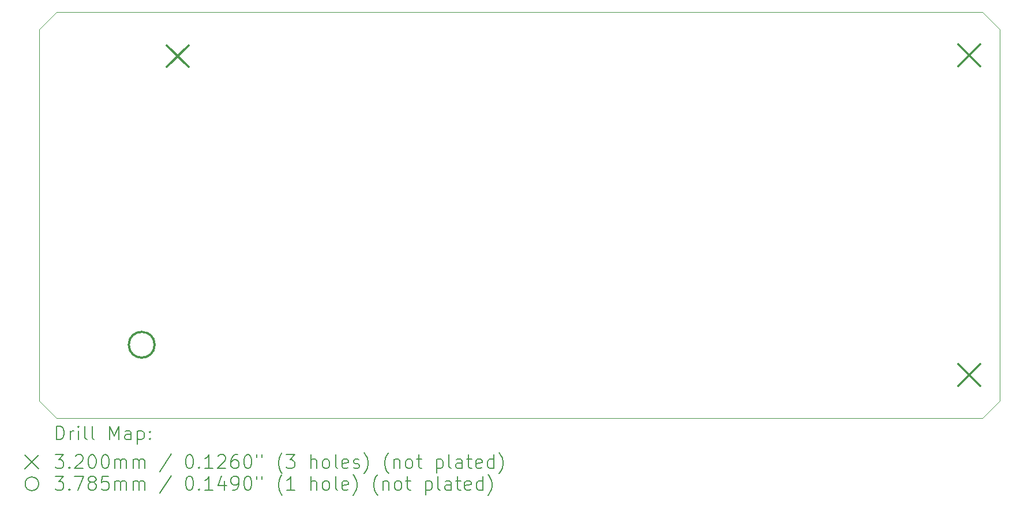
<source format=gbr>
%TF.GenerationSoftware,KiCad,Pcbnew,7.0.10*%
%TF.CreationDate,2024-02-18T19:42:57-05:00*%
%TF.ProjectId,linearlight,6c696e65-6172-46c6-9967-68742e6b6963,rev?*%
%TF.SameCoordinates,Original*%
%TF.FileFunction,Drillmap*%
%TF.FilePolarity,Positive*%
%FSLAX45Y45*%
G04 Gerber Fmt 4.5, Leading zero omitted, Abs format (unit mm)*
G04 Created by KiCad (PCBNEW 7.0.10) date 2024-02-18 19:42:57*
%MOMM*%
%LPD*%
G01*
G04 APERTURE LIST*
%ADD10C,0.100000*%
%ADD11C,0.200000*%
%ADD12C,0.320000*%
%ADD13C,0.378460*%
G04 APERTURE END LIST*
D10*
X26670000Y-8763000D02*
X26670000Y-14224000D01*
X26416000Y-14478000D01*
X12827000Y-14478000D01*
X12573000Y-14224000D01*
X12573000Y-8763000D01*
X12827000Y-8509000D01*
X26416000Y-8509000D01*
X26670000Y-8763000D01*
D11*
D12*
X14445000Y-8996700D02*
X14765000Y-9316700D01*
X14765000Y-8996700D02*
X14445000Y-9316700D01*
X26065500Y-8984000D02*
X26385500Y-9304000D01*
X26385500Y-8984000D02*
X26065500Y-9304000D01*
X26065500Y-13683000D02*
X26385500Y-14003000D01*
X26385500Y-13683000D02*
X26065500Y-14003000D01*
D13*
X14268450Y-13398500D02*
G75*
G03*
X13889990Y-13398500I-189230J0D01*
G01*
X13889990Y-13398500D02*
G75*
G03*
X14268450Y-13398500I189230J0D01*
G01*
D11*
X12828777Y-14794484D02*
X12828777Y-14594484D01*
X12828777Y-14594484D02*
X12876396Y-14594484D01*
X12876396Y-14594484D02*
X12904967Y-14604008D01*
X12904967Y-14604008D02*
X12924015Y-14623055D01*
X12924015Y-14623055D02*
X12933539Y-14642103D01*
X12933539Y-14642103D02*
X12943062Y-14680198D01*
X12943062Y-14680198D02*
X12943062Y-14708769D01*
X12943062Y-14708769D02*
X12933539Y-14746865D01*
X12933539Y-14746865D02*
X12924015Y-14765912D01*
X12924015Y-14765912D02*
X12904967Y-14784960D01*
X12904967Y-14784960D02*
X12876396Y-14794484D01*
X12876396Y-14794484D02*
X12828777Y-14794484D01*
X13028777Y-14794484D02*
X13028777Y-14661150D01*
X13028777Y-14699246D02*
X13038301Y-14680198D01*
X13038301Y-14680198D02*
X13047824Y-14670674D01*
X13047824Y-14670674D02*
X13066872Y-14661150D01*
X13066872Y-14661150D02*
X13085920Y-14661150D01*
X13152586Y-14794484D02*
X13152586Y-14661150D01*
X13152586Y-14594484D02*
X13143062Y-14604008D01*
X13143062Y-14604008D02*
X13152586Y-14613531D01*
X13152586Y-14613531D02*
X13162110Y-14604008D01*
X13162110Y-14604008D02*
X13152586Y-14594484D01*
X13152586Y-14594484D02*
X13152586Y-14613531D01*
X13276396Y-14794484D02*
X13257348Y-14784960D01*
X13257348Y-14784960D02*
X13247824Y-14765912D01*
X13247824Y-14765912D02*
X13247824Y-14594484D01*
X13381158Y-14794484D02*
X13362110Y-14784960D01*
X13362110Y-14784960D02*
X13352586Y-14765912D01*
X13352586Y-14765912D02*
X13352586Y-14594484D01*
X13609729Y-14794484D02*
X13609729Y-14594484D01*
X13609729Y-14594484D02*
X13676396Y-14737341D01*
X13676396Y-14737341D02*
X13743062Y-14594484D01*
X13743062Y-14594484D02*
X13743062Y-14794484D01*
X13924015Y-14794484D02*
X13924015Y-14689722D01*
X13924015Y-14689722D02*
X13914491Y-14670674D01*
X13914491Y-14670674D02*
X13895443Y-14661150D01*
X13895443Y-14661150D02*
X13857348Y-14661150D01*
X13857348Y-14661150D02*
X13838301Y-14670674D01*
X13924015Y-14784960D02*
X13904967Y-14794484D01*
X13904967Y-14794484D02*
X13857348Y-14794484D01*
X13857348Y-14794484D02*
X13838301Y-14784960D01*
X13838301Y-14784960D02*
X13828777Y-14765912D01*
X13828777Y-14765912D02*
X13828777Y-14746865D01*
X13828777Y-14746865D02*
X13838301Y-14727817D01*
X13838301Y-14727817D02*
X13857348Y-14718293D01*
X13857348Y-14718293D02*
X13904967Y-14718293D01*
X13904967Y-14718293D02*
X13924015Y-14708769D01*
X14019253Y-14661150D02*
X14019253Y-14861150D01*
X14019253Y-14670674D02*
X14038301Y-14661150D01*
X14038301Y-14661150D02*
X14076396Y-14661150D01*
X14076396Y-14661150D02*
X14095443Y-14670674D01*
X14095443Y-14670674D02*
X14104967Y-14680198D01*
X14104967Y-14680198D02*
X14114491Y-14699246D01*
X14114491Y-14699246D02*
X14114491Y-14756388D01*
X14114491Y-14756388D02*
X14104967Y-14775436D01*
X14104967Y-14775436D02*
X14095443Y-14784960D01*
X14095443Y-14784960D02*
X14076396Y-14794484D01*
X14076396Y-14794484D02*
X14038301Y-14794484D01*
X14038301Y-14794484D02*
X14019253Y-14784960D01*
X14200205Y-14775436D02*
X14209729Y-14784960D01*
X14209729Y-14784960D02*
X14200205Y-14794484D01*
X14200205Y-14794484D02*
X14190682Y-14784960D01*
X14190682Y-14784960D02*
X14200205Y-14775436D01*
X14200205Y-14775436D02*
X14200205Y-14794484D01*
X14200205Y-14670674D02*
X14209729Y-14680198D01*
X14209729Y-14680198D02*
X14200205Y-14689722D01*
X14200205Y-14689722D02*
X14190682Y-14680198D01*
X14190682Y-14680198D02*
X14200205Y-14670674D01*
X14200205Y-14670674D02*
X14200205Y-14689722D01*
X12368000Y-15023000D02*
X12568000Y-15223000D01*
X12568000Y-15023000D02*
X12368000Y-15223000D01*
X12809729Y-15014484D02*
X12933539Y-15014484D01*
X12933539Y-15014484D02*
X12866872Y-15090674D01*
X12866872Y-15090674D02*
X12895443Y-15090674D01*
X12895443Y-15090674D02*
X12914491Y-15100198D01*
X12914491Y-15100198D02*
X12924015Y-15109722D01*
X12924015Y-15109722D02*
X12933539Y-15128769D01*
X12933539Y-15128769D02*
X12933539Y-15176388D01*
X12933539Y-15176388D02*
X12924015Y-15195436D01*
X12924015Y-15195436D02*
X12914491Y-15204960D01*
X12914491Y-15204960D02*
X12895443Y-15214484D01*
X12895443Y-15214484D02*
X12838301Y-15214484D01*
X12838301Y-15214484D02*
X12819253Y-15204960D01*
X12819253Y-15204960D02*
X12809729Y-15195436D01*
X13019253Y-15195436D02*
X13028777Y-15204960D01*
X13028777Y-15204960D02*
X13019253Y-15214484D01*
X13019253Y-15214484D02*
X13009729Y-15204960D01*
X13009729Y-15204960D02*
X13019253Y-15195436D01*
X13019253Y-15195436D02*
X13019253Y-15214484D01*
X13104967Y-15033531D02*
X13114491Y-15024008D01*
X13114491Y-15024008D02*
X13133539Y-15014484D01*
X13133539Y-15014484D02*
X13181158Y-15014484D01*
X13181158Y-15014484D02*
X13200205Y-15024008D01*
X13200205Y-15024008D02*
X13209729Y-15033531D01*
X13209729Y-15033531D02*
X13219253Y-15052579D01*
X13219253Y-15052579D02*
X13219253Y-15071627D01*
X13219253Y-15071627D02*
X13209729Y-15100198D01*
X13209729Y-15100198D02*
X13095443Y-15214484D01*
X13095443Y-15214484D02*
X13219253Y-15214484D01*
X13343062Y-15014484D02*
X13362110Y-15014484D01*
X13362110Y-15014484D02*
X13381158Y-15024008D01*
X13381158Y-15024008D02*
X13390682Y-15033531D01*
X13390682Y-15033531D02*
X13400205Y-15052579D01*
X13400205Y-15052579D02*
X13409729Y-15090674D01*
X13409729Y-15090674D02*
X13409729Y-15138293D01*
X13409729Y-15138293D02*
X13400205Y-15176388D01*
X13400205Y-15176388D02*
X13390682Y-15195436D01*
X13390682Y-15195436D02*
X13381158Y-15204960D01*
X13381158Y-15204960D02*
X13362110Y-15214484D01*
X13362110Y-15214484D02*
X13343062Y-15214484D01*
X13343062Y-15214484D02*
X13324015Y-15204960D01*
X13324015Y-15204960D02*
X13314491Y-15195436D01*
X13314491Y-15195436D02*
X13304967Y-15176388D01*
X13304967Y-15176388D02*
X13295443Y-15138293D01*
X13295443Y-15138293D02*
X13295443Y-15090674D01*
X13295443Y-15090674D02*
X13304967Y-15052579D01*
X13304967Y-15052579D02*
X13314491Y-15033531D01*
X13314491Y-15033531D02*
X13324015Y-15024008D01*
X13324015Y-15024008D02*
X13343062Y-15014484D01*
X13533539Y-15014484D02*
X13552586Y-15014484D01*
X13552586Y-15014484D02*
X13571634Y-15024008D01*
X13571634Y-15024008D02*
X13581158Y-15033531D01*
X13581158Y-15033531D02*
X13590682Y-15052579D01*
X13590682Y-15052579D02*
X13600205Y-15090674D01*
X13600205Y-15090674D02*
X13600205Y-15138293D01*
X13600205Y-15138293D02*
X13590682Y-15176388D01*
X13590682Y-15176388D02*
X13581158Y-15195436D01*
X13581158Y-15195436D02*
X13571634Y-15204960D01*
X13571634Y-15204960D02*
X13552586Y-15214484D01*
X13552586Y-15214484D02*
X13533539Y-15214484D01*
X13533539Y-15214484D02*
X13514491Y-15204960D01*
X13514491Y-15204960D02*
X13504967Y-15195436D01*
X13504967Y-15195436D02*
X13495443Y-15176388D01*
X13495443Y-15176388D02*
X13485920Y-15138293D01*
X13485920Y-15138293D02*
X13485920Y-15090674D01*
X13485920Y-15090674D02*
X13495443Y-15052579D01*
X13495443Y-15052579D02*
X13504967Y-15033531D01*
X13504967Y-15033531D02*
X13514491Y-15024008D01*
X13514491Y-15024008D02*
X13533539Y-15014484D01*
X13685920Y-15214484D02*
X13685920Y-15081150D01*
X13685920Y-15100198D02*
X13695443Y-15090674D01*
X13695443Y-15090674D02*
X13714491Y-15081150D01*
X13714491Y-15081150D02*
X13743063Y-15081150D01*
X13743063Y-15081150D02*
X13762110Y-15090674D01*
X13762110Y-15090674D02*
X13771634Y-15109722D01*
X13771634Y-15109722D02*
X13771634Y-15214484D01*
X13771634Y-15109722D02*
X13781158Y-15090674D01*
X13781158Y-15090674D02*
X13800205Y-15081150D01*
X13800205Y-15081150D02*
X13828777Y-15081150D01*
X13828777Y-15081150D02*
X13847824Y-15090674D01*
X13847824Y-15090674D02*
X13857348Y-15109722D01*
X13857348Y-15109722D02*
X13857348Y-15214484D01*
X13952586Y-15214484D02*
X13952586Y-15081150D01*
X13952586Y-15100198D02*
X13962110Y-15090674D01*
X13962110Y-15090674D02*
X13981158Y-15081150D01*
X13981158Y-15081150D02*
X14009729Y-15081150D01*
X14009729Y-15081150D02*
X14028777Y-15090674D01*
X14028777Y-15090674D02*
X14038301Y-15109722D01*
X14038301Y-15109722D02*
X14038301Y-15214484D01*
X14038301Y-15109722D02*
X14047824Y-15090674D01*
X14047824Y-15090674D02*
X14066872Y-15081150D01*
X14066872Y-15081150D02*
X14095443Y-15081150D01*
X14095443Y-15081150D02*
X14114491Y-15090674D01*
X14114491Y-15090674D02*
X14124015Y-15109722D01*
X14124015Y-15109722D02*
X14124015Y-15214484D01*
X14514491Y-15004960D02*
X14343063Y-15262103D01*
X14771634Y-15014484D02*
X14790682Y-15014484D01*
X14790682Y-15014484D02*
X14809729Y-15024008D01*
X14809729Y-15024008D02*
X14819253Y-15033531D01*
X14819253Y-15033531D02*
X14828777Y-15052579D01*
X14828777Y-15052579D02*
X14838301Y-15090674D01*
X14838301Y-15090674D02*
X14838301Y-15138293D01*
X14838301Y-15138293D02*
X14828777Y-15176388D01*
X14828777Y-15176388D02*
X14819253Y-15195436D01*
X14819253Y-15195436D02*
X14809729Y-15204960D01*
X14809729Y-15204960D02*
X14790682Y-15214484D01*
X14790682Y-15214484D02*
X14771634Y-15214484D01*
X14771634Y-15214484D02*
X14752586Y-15204960D01*
X14752586Y-15204960D02*
X14743063Y-15195436D01*
X14743063Y-15195436D02*
X14733539Y-15176388D01*
X14733539Y-15176388D02*
X14724015Y-15138293D01*
X14724015Y-15138293D02*
X14724015Y-15090674D01*
X14724015Y-15090674D02*
X14733539Y-15052579D01*
X14733539Y-15052579D02*
X14743063Y-15033531D01*
X14743063Y-15033531D02*
X14752586Y-15024008D01*
X14752586Y-15024008D02*
X14771634Y-15014484D01*
X14924015Y-15195436D02*
X14933539Y-15204960D01*
X14933539Y-15204960D02*
X14924015Y-15214484D01*
X14924015Y-15214484D02*
X14914491Y-15204960D01*
X14914491Y-15204960D02*
X14924015Y-15195436D01*
X14924015Y-15195436D02*
X14924015Y-15214484D01*
X15124015Y-15214484D02*
X15009729Y-15214484D01*
X15066872Y-15214484D02*
X15066872Y-15014484D01*
X15066872Y-15014484D02*
X15047825Y-15043055D01*
X15047825Y-15043055D02*
X15028777Y-15062103D01*
X15028777Y-15062103D02*
X15009729Y-15071627D01*
X15200206Y-15033531D02*
X15209729Y-15024008D01*
X15209729Y-15024008D02*
X15228777Y-15014484D01*
X15228777Y-15014484D02*
X15276396Y-15014484D01*
X15276396Y-15014484D02*
X15295444Y-15024008D01*
X15295444Y-15024008D02*
X15304967Y-15033531D01*
X15304967Y-15033531D02*
X15314491Y-15052579D01*
X15314491Y-15052579D02*
X15314491Y-15071627D01*
X15314491Y-15071627D02*
X15304967Y-15100198D01*
X15304967Y-15100198D02*
X15190682Y-15214484D01*
X15190682Y-15214484D02*
X15314491Y-15214484D01*
X15485920Y-15014484D02*
X15447825Y-15014484D01*
X15447825Y-15014484D02*
X15428777Y-15024008D01*
X15428777Y-15024008D02*
X15419253Y-15033531D01*
X15419253Y-15033531D02*
X15400206Y-15062103D01*
X15400206Y-15062103D02*
X15390682Y-15100198D01*
X15390682Y-15100198D02*
X15390682Y-15176388D01*
X15390682Y-15176388D02*
X15400206Y-15195436D01*
X15400206Y-15195436D02*
X15409729Y-15204960D01*
X15409729Y-15204960D02*
X15428777Y-15214484D01*
X15428777Y-15214484D02*
X15466872Y-15214484D01*
X15466872Y-15214484D02*
X15485920Y-15204960D01*
X15485920Y-15204960D02*
X15495444Y-15195436D01*
X15495444Y-15195436D02*
X15504967Y-15176388D01*
X15504967Y-15176388D02*
X15504967Y-15128769D01*
X15504967Y-15128769D02*
X15495444Y-15109722D01*
X15495444Y-15109722D02*
X15485920Y-15100198D01*
X15485920Y-15100198D02*
X15466872Y-15090674D01*
X15466872Y-15090674D02*
X15428777Y-15090674D01*
X15428777Y-15090674D02*
X15409729Y-15100198D01*
X15409729Y-15100198D02*
X15400206Y-15109722D01*
X15400206Y-15109722D02*
X15390682Y-15128769D01*
X15628777Y-15014484D02*
X15647825Y-15014484D01*
X15647825Y-15014484D02*
X15666872Y-15024008D01*
X15666872Y-15024008D02*
X15676396Y-15033531D01*
X15676396Y-15033531D02*
X15685920Y-15052579D01*
X15685920Y-15052579D02*
X15695444Y-15090674D01*
X15695444Y-15090674D02*
X15695444Y-15138293D01*
X15695444Y-15138293D02*
X15685920Y-15176388D01*
X15685920Y-15176388D02*
X15676396Y-15195436D01*
X15676396Y-15195436D02*
X15666872Y-15204960D01*
X15666872Y-15204960D02*
X15647825Y-15214484D01*
X15647825Y-15214484D02*
X15628777Y-15214484D01*
X15628777Y-15214484D02*
X15609729Y-15204960D01*
X15609729Y-15204960D02*
X15600206Y-15195436D01*
X15600206Y-15195436D02*
X15590682Y-15176388D01*
X15590682Y-15176388D02*
X15581158Y-15138293D01*
X15581158Y-15138293D02*
X15581158Y-15090674D01*
X15581158Y-15090674D02*
X15590682Y-15052579D01*
X15590682Y-15052579D02*
X15600206Y-15033531D01*
X15600206Y-15033531D02*
X15609729Y-15024008D01*
X15609729Y-15024008D02*
X15628777Y-15014484D01*
X15771634Y-15014484D02*
X15771634Y-15052579D01*
X15847825Y-15014484D02*
X15847825Y-15052579D01*
X16143063Y-15290674D02*
X16133539Y-15281150D01*
X16133539Y-15281150D02*
X16114491Y-15252579D01*
X16114491Y-15252579D02*
X16104968Y-15233531D01*
X16104968Y-15233531D02*
X16095444Y-15204960D01*
X16095444Y-15204960D02*
X16085920Y-15157341D01*
X16085920Y-15157341D02*
X16085920Y-15119246D01*
X16085920Y-15119246D02*
X16095444Y-15071627D01*
X16095444Y-15071627D02*
X16104968Y-15043055D01*
X16104968Y-15043055D02*
X16114491Y-15024008D01*
X16114491Y-15024008D02*
X16133539Y-14995436D01*
X16133539Y-14995436D02*
X16143063Y-14985912D01*
X16200206Y-15014484D02*
X16324015Y-15014484D01*
X16324015Y-15014484D02*
X16257348Y-15090674D01*
X16257348Y-15090674D02*
X16285920Y-15090674D01*
X16285920Y-15090674D02*
X16304968Y-15100198D01*
X16304968Y-15100198D02*
X16314491Y-15109722D01*
X16314491Y-15109722D02*
X16324015Y-15128769D01*
X16324015Y-15128769D02*
X16324015Y-15176388D01*
X16324015Y-15176388D02*
X16314491Y-15195436D01*
X16314491Y-15195436D02*
X16304968Y-15204960D01*
X16304968Y-15204960D02*
X16285920Y-15214484D01*
X16285920Y-15214484D02*
X16228777Y-15214484D01*
X16228777Y-15214484D02*
X16209729Y-15204960D01*
X16209729Y-15204960D02*
X16200206Y-15195436D01*
X16562110Y-15214484D02*
X16562110Y-15014484D01*
X16647825Y-15214484D02*
X16647825Y-15109722D01*
X16647825Y-15109722D02*
X16638301Y-15090674D01*
X16638301Y-15090674D02*
X16619253Y-15081150D01*
X16619253Y-15081150D02*
X16590682Y-15081150D01*
X16590682Y-15081150D02*
X16571634Y-15090674D01*
X16571634Y-15090674D02*
X16562110Y-15100198D01*
X16771634Y-15214484D02*
X16752587Y-15204960D01*
X16752587Y-15204960D02*
X16743063Y-15195436D01*
X16743063Y-15195436D02*
X16733539Y-15176388D01*
X16733539Y-15176388D02*
X16733539Y-15119246D01*
X16733539Y-15119246D02*
X16743063Y-15100198D01*
X16743063Y-15100198D02*
X16752587Y-15090674D01*
X16752587Y-15090674D02*
X16771634Y-15081150D01*
X16771634Y-15081150D02*
X16800206Y-15081150D01*
X16800206Y-15081150D02*
X16819253Y-15090674D01*
X16819253Y-15090674D02*
X16828777Y-15100198D01*
X16828777Y-15100198D02*
X16838301Y-15119246D01*
X16838301Y-15119246D02*
X16838301Y-15176388D01*
X16838301Y-15176388D02*
X16828777Y-15195436D01*
X16828777Y-15195436D02*
X16819253Y-15204960D01*
X16819253Y-15204960D02*
X16800206Y-15214484D01*
X16800206Y-15214484D02*
X16771634Y-15214484D01*
X16952587Y-15214484D02*
X16933539Y-15204960D01*
X16933539Y-15204960D02*
X16924015Y-15185912D01*
X16924015Y-15185912D02*
X16924015Y-15014484D01*
X17104968Y-15204960D02*
X17085920Y-15214484D01*
X17085920Y-15214484D02*
X17047825Y-15214484D01*
X17047825Y-15214484D02*
X17028777Y-15204960D01*
X17028777Y-15204960D02*
X17019253Y-15185912D01*
X17019253Y-15185912D02*
X17019253Y-15109722D01*
X17019253Y-15109722D02*
X17028777Y-15090674D01*
X17028777Y-15090674D02*
X17047825Y-15081150D01*
X17047825Y-15081150D02*
X17085920Y-15081150D01*
X17085920Y-15081150D02*
X17104968Y-15090674D01*
X17104968Y-15090674D02*
X17114492Y-15109722D01*
X17114492Y-15109722D02*
X17114492Y-15128769D01*
X17114492Y-15128769D02*
X17019253Y-15147817D01*
X17190682Y-15204960D02*
X17209730Y-15214484D01*
X17209730Y-15214484D02*
X17247825Y-15214484D01*
X17247825Y-15214484D02*
X17266873Y-15204960D01*
X17266873Y-15204960D02*
X17276396Y-15185912D01*
X17276396Y-15185912D02*
X17276396Y-15176388D01*
X17276396Y-15176388D02*
X17266873Y-15157341D01*
X17266873Y-15157341D02*
X17247825Y-15147817D01*
X17247825Y-15147817D02*
X17219253Y-15147817D01*
X17219253Y-15147817D02*
X17200206Y-15138293D01*
X17200206Y-15138293D02*
X17190682Y-15119246D01*
X17190682Y-15119246D02*
X17190682Y-15109722D01*
X17190682Y-15109722D02*
X17200206Y-15090674D01*
X17200206Y-15090674D02*
X17219253Y-15081150D01*
X17219253Y-15081150D02*
X17247825Y-15081150D01*
X17247825Y-15081150D02*
X17266873Y-15090674D01*
X17343063Y-15290674D02*
X17352587Y-15281150D01*
X17352587Y-15281150D02*
X17371634Y-15252579D01*
X17371634Y-15252579D02*
X17381158Y-15233531D01*
X17381158Y-15233531D02*
X17390682Y-15204960D01*
X17390682Y-15204960D02*
X17400206Y-15157341D01*
X17400206Y-15157341D02*
X17400206Y-15119246D01*
X17400206Y-15119246D02*
X17390682Y-15071627D01*
X17390682Y-15071627D02*
X17381158Y-15043055D01*
X17381158Y-15043055D02*
X17371634Y-15024008D01*
X17371634Y-15024008D02*
X17352587Y-14995436D01*
X17352587Y-14995436D02*
X17343063Y-14985912D01*
X17704968Y-15290674D02*
X17695444Y-15281150D01*
X17695444Y-15281150D02*
X17676396Y-15252579D01*
X17676396Y-15252579D02*
X17666873Y-15233531D01*
X17666873Y-15233531D02*
X17657349Y-15204960D01*
X17657349Y-15204960D02*
X17647825Y-15157341D01*
X17647825Y-15157341D02*
X17647825Y-15119246D01*
X17647825Y-15119246D02*
X17657349Y-15071627D01*
X17657349Y-15071627D02*
X17666873Y-15043055D01*
X17666873Y-15043055D02*
X17676396Y-15024008D01*
X17676396Y-15024008D02*
X17695444Y-14995436D01*
X17695444Y-14995436D02*
X17704968Y-14985912D01*
X17781158Y-15081150D02*
X17781158Y-15214484D01*
X17781158Y-15100198D02*
X17790682Y-15090674D01*
X17790682Y-15090674D02*
X17809730Y-15081150D01*
X17809730Y-15081150D02*
X17838301Y-15081150D01*
X17838301Y-15081150D02*
X17857349Y-15090674D01*
X17857349Y-15090674D02*
X17866873Y-15109722D01*
X17866873Y-15109722D02*
X17866873Y-15214484D01*
X17990682Y-15214484D02*
X17971634Y-15204960D01*
X17971634Y-15204960D02*
X17962111Y-15195436D01*
X17962111Y-15195436D02*
X17952587Y-15176388D01*
X17952587Y-15176388D02*
X17952587Y-15119246D01*
X17952587Y-15119246D02*
X17962111Y-15100198D01*
X17962111Y-15100198D02*
X17971634Y-15090674D01*
X17971634Y-15090674D02*
X17990682Y-15081150D01*
X17990682Y-15081150D02*
X18019254Y-15081150D01*
X18019254Y-15081150D02*
X18038301Y-15090674D01*
X18038301Y-15090674D02*
X18047825Y-15100198D01*
X18047825Y-15100198D02*
X18057349Y-15119246D01*
X18057349Y-15119246D02*
X18057349Y-15176388D01*
X18057349Y-15176388D02*
X18047825Y-15195436D01*
X18047825Y-15195436D02*
X18038301Y-15204960D01*
X18038301Y-15204960D02*
X18019254Y-15214484D01*
X18019254Y-15214484D02*
X17990682Y-15214484D01*
X18114492Y-15081150D02*
X18190682Y-15081150D01*
X18143063Y-15014484D02*
X18143063Y-15185912D01*
X18143063Y-15185912D02*
X18152587Y-15204960D01*
X18152587Y-15204960D02*
X18171634Y-15214484D01*
X18171634Y-15214484D02*
X18190682Y-15214484D01*
X18409730Y-15081150D02*
X18409730Y-15281150D01*
X18409730Y-15090674D02*
X18428777Y-15081150D01*
X18428777Y-15081150D02*
X18466873Y-15081150D01*
X18466873Y-15081150D02*
X18485920Y-15090674D01*
X18485920Y-15090674D02*
X18495444Y-15100198D01*
X18495444Y-15100198D02*
X18504968Y-15119246D01*
X18504968Y-15119246D02*
X18504968Y-15176388D01*
X18504968Y-15176388D02*
X18495444Y-15195436D01*
X18495444Y-15195436D02*
X18485920Y-15204960D01*
X18485920Y-15204960D02*
X18466873Y-15214484D01*
X18466873Y-15214484D02*
X18428777Y-15214484D01*
X18428777Y-15214484D02*
X18409730Y-15204960D01*
X18619254Y-15214484D02*
X18600206Y-15204960D01*
X18600206Y-15204960D02*
X18590682Y-15185912D01*
X18590682Y-15185912D02*
X18590682Y-15014484D01*
X18781158Y-15214484D02*
X18781158Y-15109722D01*
X18781158Y-15109722D02*
X18771635Y-15090674D01*
X18771635Y-15090674D02*
X18752587Y-15081150D01*
X18752587Y-15081150D02*
X18714492Y-15081150D01*
X18714492Y-15081150D02*
X18695444Y-15090674D01*
X18781158Y-15204960D02*
X18762111Y-15214484D01*
X18762111Y-15214484D02*
X18714492Y-15214484D01*
X18714492Y-15214484D02*
X18695444Y-15204960D01*
X18695444Y-15204960D02*
X18685920Y-15185912D01*
X18685920Y-15185912D02*
X18685920Y-15166865D01*
X18685920Y-15166865D02*
X18695444Y-15147817D01*
X18695444Y-15147817D02*
X18714492Y-15138293D01*
X18714492Y-15138293D02*
X18762111Y-15138293D01*
X18762111Y-15138293D02*
X18781158Y-15128769D01*
X18847825Y-15081150D02*
X18924015Y-15081150D01*
X18876396Y-15014484D02*
X18876396Y-15185912D01*
X18876396Y-15185912D02*
X18885920Y-15204960D01*
X18885920Y-15204960D02*
X18904968Y-15214484D01*
X18904968Y-15214484D02*
X18924015Y-15214484D01*
X19066873Y-15204960D02*
X19047825Y-15214484D01*
X19047825Y-15214484D02*
X19009730Y-15214484D01*
X19009730Y-15214484D02*
X18990682Y-15204960D01*
X18990682Y-15204960D02*
X18981158Y-15185912D01*
X18981158Y-15185912D02*
X18981158Y-15109722D01*
X18981158Y-15109722D02*
X18990682Y-15090674D01*
X18990682Y-15090674D02*
X19009730Y-15081150D01*
X19009730Y-15081150D02*
X19047825Y-15081150D01*
X19047825Y-15081150D02*
X19066873Y-15090674D01*
X19066873Y-15090674D02*
X19076396Y-15109722D01*
X19076396Y-15109722D02*
X19076396Y-15128769D01*
X19076396Y-15128769D02*
X18981158Y-15147817D01*
X19247825Y-15214484D02*
X19247825Y-15014484D01*
X19247825Y-15204960D02*
X19228777Y-15214484D01*
X19228777Y-15214484D02*
X19190682Y-15214484D01*
X19190682Y-15214484D02*
X19171635Y-15204960D01*
X19171635Y-15204960D02*
X19162111Y-15195436D01*
X19162111Y-15195436D02*
X19152587Y-15176388D01*
X19152587Y-15176388D02*
X19152587Y-15119246D01*
X19152587Y-15119246D02*
X19162111Y-15100198D01*
X19162111Y-15100198D02*
X19171635Y-15090674D01*
X19171635Y-15090674D02*
X19190682Y-15081150D01*
X19190682Y-15081150D02*
X19228777Y-15081150D01*
X19228777Y-15081150D02*
X19247825Y-15090674D01*
X19324016Y-15290674D02*
X19333539Y-15281150D01*
X19333539Y-15281150D02*
X19352587Y-15252579D01*
X19352587Y-15252579D02*
X19362111Y-15233531D01*
X19362111Y-15233531D02*
X19371635Y-15204960D01*
X19371635Y-15204960D02*
X19381158Y-15157341D01*
X19381158Y-15157341D02*
X19381158Y-15119246D01*
X19381158Y-15119246D02*
X19371635Y-15071627D01*
X19371635Y-15071627D02*
X19362111Y-15043055D01*
X19362111Y-15043055D02*
X19352587Y-15024008D01*
X19352587Y-15024008D02*
X19333539Y-14995436D01*
X19333539Y-14995436D02*
X19324016Y-14985912D01*
X12568000Y-15443000D02*
G75*
G03*
X12368000Y-15443000I-100000J0D01*
G01*
X12368000Y-15443000D02*
G75*
G03*
X12568000Y-15443000I100000J0D01*
G01*
X12809729Y-15334484D02*
X12933539Y-15334484D01*
X12933539Y-15334484D02*
X12866872Y-15410674D01*
X12866872Y-15410674D02*
X12895443Y-15410674D01*
X12895443Y-15410674D02*
X12914491Y-15420198D01*
X12914491Y-15420198D02*
X12924015Y-15429722D01*
X12924015Y-15429722D02*
X12933539Y-15448769D01*
X12933539Y-15448769D02*
X12933539Y-15496388D01*
X12933539Y-15496388D02*
X12924015Y-15515436D01*
X12924015Y-15515436D02*
X12914491Y-15524960D01*
X12914491Y-15524960D02*
X12895443Y-15534484D01*
X12895443Y-15534484D02*
X12838301Y-15534484D01*
X12838301Y-15534484D02*
X12819253Y-15524960D01*
X12819253Y-15524960D02*
X12809729Y-15515436D01*
X13019253Y-15515436D02*
X13028777Y-15524960D01*
X13028777Y-15524960D02*
X13019253Y-15534484D01*
X13019253Y-15534484D02*
X13009729Y-15524960D01*
X13009729Y-15524960D02*
X13019253Y-15515436D01*
X13019253Y-15515436D02*
X13019253Y-15534484D01*
X13095443Y-15334484D02*
X13228777Y-15334484D01*
X13228777Y-15334484D02*
X13143062Y-15534484D01*
X13333539Y-15420198D02*
X13314491Y-15410674D01*
X13314491Y-15410674D02*
X13304967Y-15401150D01*
X13304967Y-15401150D02*
X13295443Y-15382103D01*
X13295443Y-15382103D02*
X13295443Y-15372579D01*
X13295443Y-15372579D02*
X13304967Y-15353531D01*
X13304967Y-15353531D02*
X13314491Y-15344008D01*
X13314491Y-15344008D02*
X13333539Y-15334484D01*
X13333539Y-15334484D02*
X13371634Y-15334484D01*
X13371634Y-15334484D02*
X13390682Y-15344008D01*
X13390682Y-15344008D02*
X13400205Y-15353531D01*
X13400205Y-15353531D02*
X13409729Y-15372579D01*
X13409729Y-15372579D02*
X13409729Y-15382103D01*
X13409729Y-15382103D02*
X13400205Y-15401150D01*
X13400205Y-15401150D02*
X13390682Y-15410674D01*
X13390682Y-15410674D02*
X13371634Y-15420198D01*
X13371634Y-15420198D02*
X13333539Y-15420198D01*
X13333539Y-15420198D02*
X13314491Y-15429722D01*
X13314491Y-15429722D02*
X13304967Y-15439246D01*
X13304967Y-15439246D02*
X13295443Y-15458293D01*
X13295443Y-15458293D02*
X13295443Y-15496388D01*
X13295443Y-15496388D02*
X13304967Y-15515436D01*
X13304967Y-15515436D02*
X13314491Y-15524960D01*
X13314491Y-15524960D02*
X13333539Y-15534484D01*
X13333539Y-15534484D02*
X13371634Y-15534484D01*
X13371634Y-15534484D02*
X13390682Y-15524960D01*
X13390682Y-15524960D02*
X13400205Y-15515436D01*
X13400205Y-15515436D02*
X13409729Y-15496388D01*
X13409729Y-15496388D02*
X13409729Y-15458293D01*
X13409729Y-15458293D02*
X13400205Y-15439246D01*
X13400205Y-15439246D02*
X13390682Y-15429722D01*
X13390682Y-15429722D02*
X13371634Y-15420198D01*
X13590682Y-15334484D02*
X13495443Y-15334484D01*
X13495443Y-15334484D02*
X13485920Y-15429722D01*
X13485920Y-15429722D02*
X13495443Y-15420198D01*
X13495443Y-15420198D02*
X13514491Y-15410674D01*
X13514491Y-15410674D02*
X13562110Y-15410674D01*
X13562110Y-15410674D02*
X13581158Y-15420198D01*
X13581158Y-15420198D02*
X13590682Y-15429722D01*
X13590682Y-15429722D02*
X13600205Y-15448769D01*
X13600205Y-15448769D02*
X13600205Y-15496388D01*
X13600205Y-15496388D02*
X13590682Y-15515436D01*
X13590682Y-15515436D02*
X13581158Y-15524960D01*
X13581158Y-15524960D02*
X13562110Y-15534484D01*
X13562110Y-15534484D02*
X13514491Y-15534484D01*
X13514491Y-15534484D02*
X13495443Y-15524960D01*
X13495443Y-15524960D02*
X13485920Y-15515436D01*
X13685920Y-15534484D02*
X13685920Y-15401150D01*
X13685920Y-15420198D02*
X13695443Y-15410674D01*
X13695443Y-15410674D02*
X13714491Y-15401150D01*
X13714491Y-15401150D02*
X13743063Y-15401150D01*
X13743063Y-15401150D02*
X13762110Y-15410674D01*
X13762110Y-15410674D02*
X13771634Y-15429722D01*
X13771634Y-15429722D02*
X13771634Y-15534484D01*
X13771634Y-15429722D02*
X13781158Y-15410674D01*
X13781158Y-15410674D02*
X13800205Y-15401150D01*
X13800205Y-15401150D02*
X13828777Y-15401150D01*
X13828777Y-15401150D02*
X13847824Y-15410674D01*
X13847824Y-15410674D02*
X13857348Y-15429722D01*
X13857348Y-15429722D02*
X13857348Y-15534484D01*
X13952586Y-15534484D02*
X13952586Y-15401150D01*
X13952586Y-15420198D02*
X13962110Y-15410674D01*
X13962110Y-15410674D02*
X13981158Y-15401150D01*
X13981158Y-15401150D02*
X14009729Y-15401150D01*
X14009729Y-15401150D02*
X14028777Y-15410674D01*
X14028777Y-15410674D02*
X14038301Y-15429722D01*
X14038301Y-15429722D02*
X14038301Y-15534484D01*
X14038301Y-15429722D02*
X14047824Y-15410674D01*
X14047824Y-15410674D02*
X14066872Y-15401150D01*
X14066872Y-15401150D02*
X14095443Y-15401150D01*
X14095443Y-15401150D02*
X14114491Y-15410674D01*
X14114491Y-15410674D02*
X14124015Y-15429722D01*
X14124015Y-15429722D02*
X14124015Y-15534484D01*
X14514491Y-15324960D02*
X14343063Y-15582103D01*
X14771634Y-15334484D02*
X14790682Y-15334484D01*
X14790682Y-15334484D02*
X14809729Y-15344008D01*
X14809729Y-15344008D02*
X14819253Y-15353531D01*
X14819253Y-15353531D02*
X14828777Y-15372579D01*
X14828777Y-15372579D02*
X14838301Y-15410674D01*
X14838301Y-15410674D02*
X14838301Y-15458293D01*
X14838301Y-15458293D02*
X14828777Y-15496388D01*
X14828777Y-15496388D02*
X14819253Y-15515436D01*
X14819253Y-15515436D02*
X14809729Y-15524960D01*
X14809729Y-15524960D02*
X14790682Y-15534484D01*
X14790682Y-15534484D02*
X14771634Y-15534484D01*
X14771634Y-15534484D02*
X14752586Y-15524960D01*
X14752586Y-15524960D02*
X14743063Y-15515436D01*
X14743063Y-15515436D02*
X14733539Y-15496388D01*
X14733539Y-15496388D02*
X14724015Y-15458293D01*
X14724015Y-15458293D02*
X14724015Y-15410674D01*
X14724015Y-15410674D02*
X14733539Y-15372579D01*
X14733539Y-15372579D02*
X14743063Y-15353531D01*
X14743063Y-15353531D02*
X14752586Y-15344008D01*
X14752586Y-15344008D02*
X14771634Y-15334484D01*
X14924015Y-15515436D02*
X14933539Y-15524960D01*
X14933539Y-15524960D02*
X14924015Y-15534484D01*
X14924015Y-15534484D02*
X14914491Y-15524960D01*
X14914491Y-15524960D02*
X14924015Y-15515436D01*
X14924015Y-15515436D02*
X14924015Y-15534484D01*
X15124015Y-15534484D02*
X15009729Y-15534484D01*
X15066872Y-15534484D02*
X15066872Y-15334484D01*
X15066872Y-15334484D02*
X15047825Y-15363055D01*
X15047825Y-15363055D02*
X15028777Y-15382103D01*
X15028777Y-15382103D02*
X15009729Y-15391627D01*
X15295444Y-15401150D02*
X15295444Y-15534484D01*
X15247825Y-15324960D02*
X15200206Y-15467817D01*
X15200206Y-15467817D02*
X15324015Y-15467817D01*
X15409729Y-15534484D02*
X15447825Y-15534484D01*
X15447825Y-15534484D02*
X15466872Y-15524960D01*
X15466872Y-15524960D02*
X15476396Y-15515436D01*
X15476396Y-15515436D02*
X15495444Y-15486865D01*
X15495444Y-15486865D02*
X15504967Y-15448769D01*
X15504967Y-15448769D02*
X15504967Y-15372579D01*
X15504967Y-15372579D02*
X15495444Y-15353531D01*
X15495444Y-15353531D02*
X15485920Y-15344008D01*
X15485920Y-15344008D02*
X15466872Y-15334484D01*
X15466872Y-15334484D02*
X15428777Y-15334484D01*
X15428777Y-15334484D02*
X15409729Y-15344008D01*
X15409729Y-15344008D02*
X15400206Y-15353531D01*
X15400206Y-15353531D02*
X15390682Y-15372579D01*
X15390682Y-15372579D02*
X15390682Y-15420198D01*
X15390682Y-15420198D02*
X15400206Y-15439246D01*
X15400206Y-15439246D02*
X15409729Y-15448769D01*
X15409729Y-15448769D02*
X15428777Y-15458293D01*
X15428777Y-15458293D02*
X15466872Y-15458293D01*
X15466872Y-15458293D02*
X15485920Y-15448769D01*
X15485920Y-15448769D02*
X15495444Y-15439246D01*
X15495444Y-15439246D02*
X15504967Y-15420198D01*
X15628777Y-15334484D02*
X15647825Y-15334484D01*
X15647825Y-15334484D02*
X15666872Y-15344008D01*
X15666872Y-15344008D02*
X15676396Y-15353531D01*
X15676396Y-15353531D02*
X15685920Y-15372579D01*
X15685920Y-15372579D02*
X15695444Y-15410674D01*
X15695444Y-15410674D02*
X15695444Y-15458293D01*
X15695444Y-15458293D02*
X15685920Y-15496388D01*
X15685920Y-15496388D02*
X15676396Y-15515436D01*
X15676396Y-15515436D02*
X15666872Y-15524960D01*
X15666872Y-15524960D02*
X15647825Y-15534484D01*
X15647825Y-15534484D02*
X15628777Y-15534484D01*
X15628777Y-15534484D02*
X15609729Y-15524960D01*
X15609729Y-15524960D02*
X15600206Y-15515436D01*
X15600206Y-15515436D02*
X15590682Y-15496388D01*
X15590682Y-15496388D02*
X15581158Y-15458293D01*
X15581158Y-15458293D02*
X15581158Y-15410674D01*
X15581158Y-15410674D02*
X15590682Y-15372579D01*
X15590682Y-15372579D02*
X15600206Y-15353531D01*
X15600206Y-15353531D02*
X15609729Y-15344008D01*
X15609729Y-15344008D02*
X15628777Y-15334484D01*
X15771634Y-15334484D02*
X15771634Y-15372579D01*
X15847825Y-15334484D02*
X15847825Y-15372579D01*
X16143063Y-15610674D02*
X16133539Y-15601150D01*
X16133539Y-15601150D02*
X16114491Y-15572579D01*
X16114491Y-15572579D02*
X16104968Y-15553531D01*
X16104968Y-15553531D02*
X16095444Y-15524960D01*
X16095444Y-15524960D02*
X16085920Y-15477341D01*
X16085920Y-15477341D02*
X16085920Y-15439246D01*
X16085920Y-15439246D02*
X16095444Y-15391627D01*
X16095444Y-15391627D02*
X16104968Y-15363055D01*
X16104968Y-15363055D02*
X16114491Y-15344008D01*
X16114491Y-15344008D02*
X16133539Y-15315436D01*
X16133539Y-15315436D02*
X16143063Y-15305912D01*
X16324015Y-15534484D02*
X16209729Y-15534484D01*
X16266872Y-15534484D02*
X16266872Y-15334484D01*
X16266872Y-15334484D02*
X16247825Y-15363055D01*
X16247825Y-15363055D02*
X16228777Y-15382103D01*
X16228777Y-15382103D02*
X16209729Y-15391627D01*
X16562110Y-15534484D02*
X16562110Y-15334484D01*
X16647825Y-15534484D02*
X16647825Y-15429722D01*
X16647825Y-15429722D02*
X16638301Y-15410674D01*
X16638301Y-15410674D02*
X16619253Y-15401150D01*
X16619253Y-15401150D02*
X16590682Y-15401150D01*
X16590682Y-15401150D02*
X16571634Y-15410674D01*
X16571634Y-15410674D02*
X16562110Y-15420198D01*
X16771634Y-15534484D02*
X16752587Y-15524960D01*
X16752587Y-15524960D02*
X16743063Y-15515436D01*
X16743063Y-15515436D02*
X16733539Y-15496388D01*
X16733539Y-15496388D02*
X16733539Y-15439246D01*
X16733539Y-15439246D02*
X16743063Y-15420198D01*
X16743063Y-15420198D02*
X16752587Y-15410674D01*
X16752587Y-15410674D02*
X16771634Y-15401150D01*
X16771634Y-15401150D02*
X16800206Y-15401150D01*
X16800206Y-15401150D02*
X16819253Y-15410674D01*
X16819253Y-15410674D02*
X16828777Y-15420198D01*
X16828777Y-15420198D02*
X16838301Y-15439246D01*
X16838301Y-15439246D02*
X16838301Y-15496388D01*
X16838301Y-15496388D02*
X16828777Y-15515436D01*
X16828777Y-15515436D02*
X16819253Y-15524960D01*
X16819253Y-15524960D02*
X16800206Y-15534484D01*
X16800206Y-15534484D02*
X16771634Y-15534484D01*
X16952587Y-15534484D02*
X16933539Y-15524960D01*
X16933539Y-15524960D02*
X16924015Y-15505912D01*
X16924015Y-15505912D02*
X16924015Y-15334484D01*
X17104968Y-15524960D02*
X17085920Y-15534484D01*
X17085920Y-15534484D02*
X17047825Y-15534484D01*
X17047825Y-15534484D02*
X17028777Y-15524960D01*
X17028777Y-15524960D02*
X17019253Y-15505912D01*
X17019253Y-15505912D02*
X17019253Y-15429722D01*
X17019253Y-15429722D02*
X17028777Y-15410674D01*
X17028777Y-15410674D02*
X17047825Y-15401150D01*
X17047825Y-15401150D02*
X17085920Y-15401150D01*
X17085920Y-15401150D02*
X17104968Y-15410674D01*
X17104968Y-15410674D02*
X17114492Y-15429722D01*
X17114492Y-15429722D02*
X17114492Y-15448769D01*
X17114492Y-15448769D02*
X17019253Y-15467817D01*
X17181158Y-15610674D02*
X17190682Y-15601150D01*
X17190682Y-15601150D02*
X17209730Y-15572579D01*
X17209730Y-15572579D02*
X17219253Y-15553531D01*
X17219253Y-15553531D02*
X17228777Y-15524960D01*
X17228777Y-15524960D02*
X17238301Y-15477341D01*
X17238301Y-15477341D02*
X17238301Y-15439246D01*
X17238301Y-15439246D02*
X17228777Y-15391627D01*
X17228777Y-15391627D02*
X17219253Y-15363055D01*
X17219253Y-15363055D02*
X17209730Y-15344008D01*
X17209730Y-15344008D02*
X17190682Y-15315436D01*
X17190682Y-15315436D02*
X17181158Y-15305912D01*
X17543063Y-15610674D02*
X17533539Y-15601150D01*
X17533539Y-15601150D02*
X17514492Y-15572579D01*
X17514492Y-15572579D02*
X17504968Y-15553531D01*
X17504968Y-15553531D02*
X17495444Y-15524960D01*
X17495444Y-15524960D02*
X17485920Y-15477341D01*
X17485920Y-15477341D02*
X17485920Y-15439246D01*
X17485920Y-15439246D02*
X17495444Y-15391627D01*
X17495444Y-15391627D02*
X17504968Y-15363055D01*
X17504968Y-15363055D02*
X17514492Y-15344008D01*
X17514492Y-15344008D02*
X17533539Y-15315436D01*
X17533539Y-15315436D02*
X17543063Y-15305912D01*
X17619253Y-15401150D02*
X17619253Y-15534484D01*
X17619253Y-15420198D02*
X17628777Y-15410674D01*
X17628777Y-15410674D02*
X17647825Y-15401150D01*
X17647825Y-15401150D02*
X17676396Y-15401150D01*
X17676396Y-15401150D02*
X17695444Y-15410674D01*
X17695444Y-15410674D02*
X17704968Y-15429722D01*
X17704968Y-15429722D02*
X17704968Y-15534484D01*
X17828777Y-15534484D02*
X17809730Y-15524960D01*
X17809730Y-15524960D02*
X17800206Y-15515436D01*
X17800206Y-15515436D02*
X17790682Y-15496388D01*
X17790682Y-15496388D02*
X17790682Y-15439246D01*
X17790682Y-15439246D02*
X17800206Y-15420198D01*
X17800206Y-15420198D02*
X17809730Y-15410674D01*
X17809730Y-15410674D02*
X17828777Y-15401150D01*
X17828777Y-15401150D02*
X17857349Y-15401150D01*
X17857349Y-15401150D02*
X17876396Y-15410674D01*
X17876396Y-15410674D02*
X17885920Y-15420198D01*
X17885920Y-15420198D02*
X17895444Y-15439246D01*
X17895444Y-15439246D02*
X17895444Y-15496388D01*
X17895444Y-15496388D02*
X17885920Y-15515436D01*
X17885920Y-15515436D02*
X17876396Y-15524960D01*
X17876396Y-15524960D02*
X17857349Y-15534484D01*
X17857349Y-15534484D02*
X17828777Y-15534484D01*
X17952587Y-15401150D02*
X18028777Y-15401150D01*
X17981158Y-15334484D02*
X17981158Y-15505912D01*
X17981158Y-15505912D02*
X17990682Y-15524960D01*
X17990682Y-15524960D02*
X18009730Y-15534484D01*
X18009730Y-15534484D02*
X18028777Y-15534484D01*
X18247825Y-15401150D02*
X18247825Y-15601150D01*
X18247825Y-15410674D02*
X18266873Y-15401150D01*
X18266873Y-15401150D02*
X18304968Y-15401150D01*
X18304968Y-15401150D02*
X18324015Y-15410674D01*
X18324015Y-15410674D02*
X18333539Y-15420198D01*
X18333539Y-15420198D02*
X18343063Y-15439246D01*
X18343063Y-15439246D02*
X18343063Y-15496388D01*
X18343063Y-15496388D02*
X18333539Y-15515436D01*
X18333539Y-15515436D02*
X18324015Y-15524960D01*
X18324015Y-15524960D02*
X18304968Y-15534484D01*
X18304968Y-15534484D02*
X18266873Y-15534484D01*
X18266873Y-15534484D02*
X18247825Y-15524960D01*
X18457349Y-15534484D02*
X18438301Y-15524960D01*
X18438301Y-15524960D02*
X18428777Y-15505912D01*
X18428777Y-15505912D02*
X18428777Y-15334484D01*
X18619254Y-15534484D02*
X18619254Y-15429722D01*
X18619254Y-15429722D02*
X18609730Y-15410674D01*
X18609730Y-15410674D02*
X18590682Y-15401150D01*
X18590682Y-15401150D02*
X18552587Y-15401150D01*
X18552587Y-15401150D02*
X18533539Y-15410674D01*
X18619254Y-15524960D02*
X18600206Y-15534484D01*
X18600206Y-15534484D02*
X18552587Y-15534484D01*
X18552587Y-15534484D02*
X18533539Y-15524960D01*
X18533539Y-15524960D02*
X18524015Y-15505912D01*
X18524015Y-15505912D02*
X18524015Y-15486865D01*
X18524015Y-15486865D02*
X18533539Y-15467817D01*
X18533539Y-15467817D02*
X18552587Y-15458293D01*
X18552587Y-15458293D02*
X18600206Y-15458293D01*
X18600206Y-15458293D02*
X18619254Y-15448769D01*
X18685920Y-15401150D02*
X18762111Y-15401150D01*
X18714492Y-15334484D02*
X18714492Y-15505912D01*
X18714492Y-15505912D02*
X18724015Y-15524960D01*
X18724015Y-15524960D02*
X18743063Y-15534484D01*
X18743063Y-15534484D02*
X18762111Y-15534484D01*
X18904968Y-15524960D02*
X18885920Y-15534484D01*
X18885920Y-15534484D02*
X18847825Y-15534484D01*
X18847825Y-15534484D02*
X18828777Y-15524960D01*
X18828777Y-15524960D02*
X18819254Y-15505912D01*
X18819254Y-15505912D02*
X18819254Y-15429722D01*
X18819254Y-15429722D02*
X18828777Y-15410674D01*
X18828777Y-15410674D02*
X18847825Y-15401150D01*
X18847825Y-15401150D02*
X18885920Y-15401150D01*
X18885920Y-15401150D02*
X18904968Y-15410674D01*
X18904968Y-15410674D02*
X18914492Y-15429722D01*
X18914492Y-15429722D02*
X18914492Y-15448769D01*
X18914492Y-15448769D02*
X18819254Y-15467817D01*
X19085920Y-15534484D02*
X19085920Y-15334484D01*
X19085920Y-15524960D02*
X19066873Y-15534484D01*
X19066873Y-15534484D02*
X19028777Y-15534484D01*
X19028777Y-15534484D02*
X19009730Y-15524960D01*
X19009730Y-15524960D02*
X19000206Y-15515436D01*
X19000206Y-15515436D02*
X18990682Y-15496388D01*
X18990682Y-15496388D02*
X18990682Y-15439246D01*
X18990682Y-15439246D02*
X19000206Y-15420198D01*
X19000206Y-15420198D02*
X19009730Y-15410674D01*
X19009730Y-15410674D02*
X19028777Y-15401150D01*
X19028777Y-15401150D02*
X19066873Y-15401150D01*
X19066873Y-15401150D02*
X19085920Y-15410674D01*
X19162111Y-15610674D02*
X19171635Y-15601150D01*
X19171635Y-15601150D02*
X19190682Y-15572579D01*
X19190682Y-15572579D02*
X19200206Y-15553531D01*
X19200206Y-15553531D02*
X19209730Y-15524960D01*
X19209730Y-15524960D02*
X19219254Y-15477341D01*
X19219254Y-15477341D02*
X19219254Y-15439246D01*
X19219254Y-15439246D02*
X19209730Y-15391627D01*
X19209730Y-15391627D02*
X19200206Y-15363055D01*
X19200206Y-15363055D02*
X19190682Y-15344008D01*
X19190682Y-15344008D02*
X19171635Y-15315436D01*
X19171635Y-15315436D02*
X19162111Y-15305912D01*
M02*

</source>
